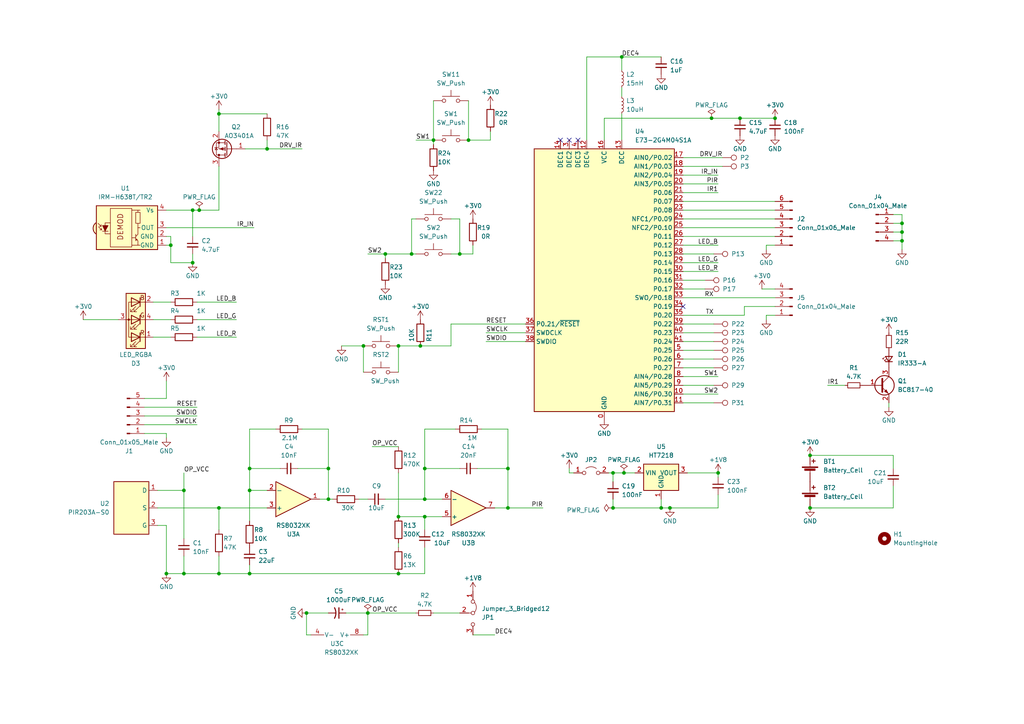
<source format=kicad_sch>
(kicad_sch (version 20230121) (generator eeschema)
  (paper "A4")
  (title_block (date "11/06/2023"))
  (lib_symbols
    (symbol "Amplifier_Operational:LM358" (pin_names (offset 0.127))
      (property "Reference" "U" (at 0 5.08 0))
      (property "Value" "LM358" (at 0 -5.08 0))
      (symbol "LM358_1_1"
        (pin output line (at 7.62 0 180) (length 2.54) (name "~") (number "1"))
        (pin input line (at -7.62 -2.54 0) (length 2.54) (name "-") (number "2"))
        (pin input line (at -7.62 2.54 0) (length 2.54) (name "+") (number "3"))
      )
      (symbol "LM358_2_1"
        (pin input line (at -7.62 2.54 0) (length 2.54) (name "+") (number "5"))
        (pin input line (at -7.62 -2.54 0) (length 2.54) (name "-") (number "6"))
        (pin output line (at 7.62 0 180) (length 2.54) (name "~") (number "7"))
      )
      (symbol "LM358_3_1"
        (pin power_in line (at -2.54 -7.62 90) (length 3.81) (name "V-") (number "4"))
        (pin power_in line (at -2.54 7.62 270) (length 3.81) (name "V+") (number "8"))
      )
    )
    (symbol "Connector:Conn_01x04_Male" (pin_names (offset 1.016) hide)
      (property "Reference" "J" (at 0 5.08 0))
      (property "Value" "Conn_01x04_Male" (at 0 -7.62 0))
      (symbol "Conn_01x04_Male_1_1"
        (pin passive line (at 5.08 2.54 180) (length 3.81) (name "Pin_1") (number "1"))
        (pin passive line (at 5.08 0 180) (length 3.81) (name "Pin_2") (number "2"))
        (pin passive line (at 5.08 -2.54 180) (length 3.81) (name "Pin_3") (number "3"))
        (pin passive line (at 5.08 -5.08 180) (length 3.81) (name "Pin_4") (number "4"))
      )
    )
    (symbol "Connector:Conn_01x05_Male" (pin_names (offset 1.016) hide)
      (property "Reference" "J" (at 0 7.62 0))
      (property "Value" "Conn_01x05_Male" (at 0 -7.62 0))
      (symbol "Conn_01x05_Male_1_1"
        (pin passive line (at 5.08 5.08 180) (length 3.81) (name "Pin_1") (number "1"))
        (pin passive line (at 5.08 2.54 180) (length 3.81) (name "Pin_2") (number "2"))
        (pin passive line (at 5.08 0 180) (length 3.81) (name "Pin_3") (number "3"))
        (pin passive line (at 5.08 -2.54 180) (length 3.81) (name "Pin_4") (number "4"))
        (pin passive line (at 5.08 -5.08 180) (length 3.81) (name "Pin_5") (number "5"))
      )
    )
    (symbol "Connector:Conn_01x06_Male" (pin_names (offset 1.016) hide)
      (property "Reference" "J" (at 0 7.62 0))
      (property "Value" "Conn_01x06_Male" (at 0 -10.16 0))
      (symbol "Conn_01x06_Male_1_1"
        (pin passive line (at 5.08 5.08 180) (length 3.81) (name "Pin_1") (number "1"))
        (pin passive line (at 5.08 2.54 180) (length 3.81) (name "Pin_2") (number "2"))
        (pin passive line (at 5.08 0 180) (length 3.81) (name "Pin_3") (number "3"))
        (pin passive line (at 5.08 -2.54 180) (length 3.81) (name "Pin_4") (number "4"))
        (pin passive line (at 5.08 -5.08 180) (length 3.81) (name "Pin_5") (number "5"))
        (pin passive line (at 5.08 -7.62 180) (length 3.81) (name "Pin_6") (number "6"))
      )
    )
    (symbol "Connector:TestPoint" (pin_numbers hide) (pin_names (offset 0.762) hide)
      (property "Reference" "TP" (at 0 6.858 0))
      (property "Value" "TestPoint" (at 0 5.08 0))
      (symbol "TestPoint_1_1"
        (pin passive line (at 0 0 90) (length 2.54) (name "1") (number "1"))
      )
    )
    (symbol "Device:Battery_Cell" (pin_numbers hide) (pin_names (offset 0) hide)
      (property "Reference" "BT" (at 2.54 2.54 0))
      (property "Value" "Battery_Cell" (at 2.54 0 0))
      (symbol "Battery_Cell_1_1"
        (pin passive line (at 0 5.08 270) (length 2.54) (name "+") (number "1"))
        (pin passive line (at 0 -2.54 90) (length 2.54) (name "-") (number "2"))
      )
    )
    (symbol "Device:C_Polarized_Small_US" (pin_numbers hide) (pin_names (offset 0.254) hide)
      (property "Reference" "C" (at 0.254 1.778 0))
      (property "Value" "C_Polarized_Small_US" (at 0.254 -2.032 0))
      (symbol "C_Polarized_Small_US_1_1"
        (pin passive line (at 0 2.54 270) (length 2.032) (name "~") (number "1"))
        (pin passive line (at 0 -2.54 90) (length 2.032) (name "~") (number "2"))
      )
    )
    (symbol "Device:C_Small" (pin_numbers hide) (pin_names (offset 0.254) hide)
      (property "Reference" "C" (at 0.254 1.778 0))
      (property "Value" "C_Small" (at 0.254 -2.032 0))
      (symbol "C_Small_1_1"
        (pin passive line (at 0 2.54 270) (length 2.032) (name "~") (number "1"))
        (pin passive line (at 0 -2.54 90) (length 2.032) (name "~") (number "2"))
      )
    )
    (symbol "Device:LED_RGBA" (pin_names (offset 0) hide)
      (property "Reference" "D1" (at 0 12.7 0))
      (property "Value" "LED_RGBA" (at 0 10.16 0))
      (symbol "LED_RGBA_0_0"
        (text "B" (at -1.905 -6.35 0) (effects (font (size 1.27 1.27))))
        (text "G" (at -1.905 -1.27 0) (effects (font (size 1.27 1.27))))
        (text "R" (at -1.905 3.81 0) (effects (font (size 1.27 1.27))))
      )
      (symbol "LED_RGBA_1_1"
        (pin passive line (at -5.08 5.08 0) (length 2.54) (name "RK") (number "1"))
        (pin passive line (at -5.08 -5.08 0) (length 2.54) (name "BK") (number "2"))
        (pin passive line (at 5.08 0 180) (length 2.54) (name "A") (number "3"))
        (pin passive line (at -5.08 0 0) (length 2.54) (name "GK") (number "4"))
      )
    )
    (symbol "Device:LED_Small" (pin_numbers hide) (pin_names (offset 0.254) hide)
      (property "Reference" "D" (at -1.27 3.175 0))
      (property "Value" "LED_Small" (at -4.445 -2.54 0))
      (symbol "LED_Small_1_1"
        (pin passive line (at -2.54 0 0) (length 1.778) (name "K") (number "1"))
        (pin passive line (at 2.54 0 180) (length 1.778) (name "A") (number "2"))
      )
    )
    (symbol "Device:L_Small" (pin_numbers hide) (pin_names (offset 0.254) hide)
      (property "Reference" "L" (at 0.762 1.016 0))
      (property "Value" "L_Small" (at 0.762 -1.016 0))
      (symbol "L_Small_1_1"
        (pin passive line (at 0 2.54 270) (length 0.508) (name "~") (number "1"))
        (pin passive line (at 0 -2.54 90) (length 0.508) (name "~") (number "2"))
      )
    )
    (symbol "Device:R" (pin_numbers hide) (pin_names (offset 0))
      (property "Reference" "R" (at 2.032 0 90))
      (property "Value" "R" (at 0 0 90))
      (symbol "R_1_1"
        (pin passive line (at 0 3.81 270) (length 1.27) (name "~") (number "1"))
        (pin passive line (at 0 -3.81 90) (length 1.27) (name "~") (number "2"))
      )
    )
    (symbol "Device:R_Small" (pin_numbers hide) (pin_names (offset 0.254) hide)
      (property "Reference" "R" (at 0.762 0.508 0))
      (property "Value" "R_Small" (at 0.762 -1.016 0))
      (symbol "R_Small_1_1"
        (pin passive line (at 0 2.54 270) (length 0.762) (name "~") (number "1"))
        (pin passive line (at 0 -2.54 90) (length 0.762) (name "~") (number "2"))
      )
    )
    (symbol "Interface_Optical:TSOP23xx" (pin_names (offset 1.016))
      (property "Reference" "U?" (at -1.735 11.43 0))
      (property "Value" "IRM-H638T/TR2" (at -1.735 8.89 0))
      (symbol "TSOP23xx_0_0"
        (text "DEMOD" (at -3.175 0.254 900) (effects (font (size 1.524 1.524))))
      )
      (symbol "TSOP23xx_1_1"
        (pin power_in line (at 10.16 -5.08 180) (length 2.54) (name "GND") (number "1"))
        (pin power_in line (at 10.16 -2.54 180) (length 2.54) (name "GND") (number "2"))
        (pin output line (at 10.16 0 180) (length 2.54) (name "OUT") (number "3"))
        (pin power_in line (at 10.16 5.08 180) (length 2.54) (name "Vs") (number "4"))
      )
    )
    (symbol "Jumper:Jumper_2_Open" (pin_names (offset 0) hide)
      (property "Reference" "JP" (at 0 2.794 0))
      (property "Value" "Jumper_2_Open" (at 0 -2.286 0))
      (symbol "Jumper_2_Open_1_1"
        (pin passive line (at -5.08 0 0) (length 2.54) (name "A") (number "1"))
        (pin passive line (at 5.08 0 180) (length 2.54) (name "B") (number "2"))
      )
    )
    (symbol "Jumper:Jumper_3_Bridged12" (pin_names (offset 0) hide)
      (property "Reference" "JP" (at -2.54 -2.54 0))
      (property "Value" "Jumper_3_Bridged12" (at 0 2.794 0))
      (symbol "Jumper_3_Bridged12_1_1"
        (pin passive line (at -6.35 0 0) (length 2.54) (name "A") (number "1"))
        (pin input line (at 0 -3.81 90) (length 2.54) (name "C") (number "2"))
        (pin passive line (at 6.35 0 180) (length 2.54) (name "B") (number "3"))
      )
    )
    (symbol "Mechanical:MountingHole" (pin_names (offset 1.016))
      (property "Reference" "H" (at 0 5.08 0))
      (property "Value" "MountingHole" (at 0 3.175 0))
    )
    (symbol "RF_Module:E73-2G4M04S-52810"
      (property "Reference" "U" (at 0 1.27 0))
      (property "Value" "E73-2G4M04S-52810" (at 0 -1.27 0))
      (symbol "E73-2G4M04S-52810_1_1"
        (pin power_in line (at 0 -40.64 90) (length 2.54) (name "GND") (number "0"))
        (pin passive line (at 0 -40.64 90) (length 2.54) hide (name "GND") (number "1"))
        (pin bidirectional line (at 22.86 -33.02 180) (length 2.54) (name "AIN6/P0.30") (number "10"))
        (pin bidirectional line (at 22.86 -35.56 180) (length 2.54) (name "AIN7/P0.31") (number "11"))
        (pin passive line (at -5.08 40.64 270) (length 2.54) (name "DEC4") (number "12"))
        (pin power_out line (at 5.08 40.64 270) (length 2.54) (name "DCC") (number "13"))
        (pin passive line (at -12.7 40.64 270) (length 2.54) (name "DEC1") (number "14"))
        (pin passive line (at 0 -40.64 90) (length 2.54) hide (name "GND") (number "15"))
        (pin power_in line (at 0 40.64 270) (length 2.54) (name "VCC") (number "16"))
        (pin bidirectional line (at 22.86 35.56 180) (length 2.54) (name "AIN0/P0.02") (number "17"))
        (pin bidirectional line (at 22.86 33.02 180) (length 2.54) (name "AIN1/P0.03") (number "18"))
        (pin bidirectional line (at 22.86 30.48 180) (length 2.54) (name "AIN2/P0.04") (number "19"))
        (pin passive line (at 0 -40.64 90) (length 2.54) hide (name "GND") (number "2"))
        (pin bidirectional line (at 22.86 27.94 180) (length 2.54) (name "AIN3/P0.05") (number "20"))
        (pin bidirectional line (at 22.86 25.4 180) (length 2.54) (name "P0.06") (number "21"))
        (pin bidirectional line (at 22.86 22.86 180) (length 2.54) (name "P0.07") (number "22"))
        (pin bidirectional line (at 22.86 20.32 180) (length 2.54) (name "P0.08") (number "23"))
        (pin bidirectional line (at 22.86 17.78 180) (length 2.54) (name "NFC1/P0.09") (number "24"))
        (pin bidirectional line (at 22.86 15.24 180) (length 2.54) (name "NFC2/P0.10") (number "25"))
        (pin bidirectional line (at 22.86 12.7 180) (length 2.54) (name "P0.11") (number "26"))
        (pin bidirectional line (at 22.86 10.16 180) (length 2.54) (name "P0.12") (number "27"))
        (pin bidirectional line (at 22.86 7.62 180) (length 2.54) (name "P0.13") (number "28"))
        (pin bidirectional line (at 22.86 5.08 180) (length 2.54) (name "P0.14") (number "29"))
        (pin passive line (at -10.16 40.64 270) (length 2.54) (name "DEC2") (number "3"))
        (pin bidirectional line (at 22.86 2.54 180) (length 2.54) (name "P0.15") (number "30"))
        (pin bidirectional line (at 22.86 0 180) (length 2.54) (name "P0.16") (number "31"))
        (pin bidirectional line (at 22.86 -2.54 180) (length 2.54) (name "P0.17") (number "32"))
        (pin bidirectional line (at 22.86 -5.08 180) (length 2.54) (name "SWO/P0.18") (number "33"))
        (pin bidirectional line (at 22.86 -7.62 180) (length 2.54) (name "P0.19") (number "34"))
        (pin bidirectional line (at 22.86 -10.16 180) (length 2.54) (name "P0.20") (number "35"))
        (pin bidirectional line (at -22.86 -12.7 0) (length 2.54) (name "P0.21/~{RESET}") (number "36"))
        (pin input line (at -22.86 -15.24 0) (length 2.54) (name "SWDCLK") (number "37"))
        (pin bidirectional line (at -22.86 -17.78 0) (length 2.54) (name "SWDIO") (number "38"))
        (pin bidirectional line (at 22.86 -12.7 180) (length 2.54) (name "P0.22") (number "39"))
        (pin passive line (at -7.62 40.64 270) (length 2.54) (name "DEC3") (number "4"))
        (pin bidirectional line (at 22.86 -15.24 180) (length 2.54) (name "P0.23") (number "40"))
        (pin bidirectional line (at 22.86 -17.78 180) (length 2.54) (name "P0.24") (number "41"))
        (pin passive line (at 0 -40.64 90) (length 2.54) hide (name "GND") (number "42"))
        (pin passive line (at 0 -40.64 90) (length 2.54) hide (name "GND") (number "43"))
        (pin bidirectional line (at 22.86 -20.32 180) (length 2.54) (name "P0.25") (number "5"))
        (pin bidirectional line (at 22.86 -22.86 180) (length 2.54) (name "P0.26") (number "6"))
        (pin bidirectional line (at 22.86 -25.4 180) (length 2.54) (name "P0.27") (number "7"))
        (pin bidirectional line (at 22.86 -27.94 180) (length 2.54) (name "AIN4/P0.28") (number "8"))
        (pin bidirectional line (at 22.86 -30.48 180) (length 2.54) (name "AIN5/P0.29") (number "9"))
      )
    )
    (symbol "Regulator_Linear:HT75xx-1-SOT89"
      (property "Reference" "U" (at -5.08 -3.81 0))
      (property "Value" "HT75xx-1-SOT89" (at 0 6.35 0))
      (symbol "HT75xx-1-SOT89_1_1"
        (pin power_in line (at 0 -5.08 90) (length 2.54) (name "GND") (number "1"))
        (pin power_in line (at -7.62 2.54 0) (length 2.54) (name "VIN") (number "2"))
        (pin power_out line (at 7.62 2.54 180) (length 2.54) (name "VOUT") (number "3"))
      )
    )
    (symbol "Sensor_Magnetic:A1101ELHL"
      (property "Reference" "U?" (at -6.35 1.2701 0))
      (property "Value" "PIR203A-S0" (at -6.35 -1.2699 0))
      (symbol "A1101ELHL_1_1"
        (pin passive line (at 7.62 5.08 180) (length 2.54) (name "D") (number "1"))
        (pin passive line (at 7.62 0 180) (length 2.54) (name "S") (number "2"))
        (pin passive line (at 7.62 -5.08 180) (length 2.54) (name "G") (number "3"))
      )
    )
    (symbol "Switch:SW_Push" (pin_numbers hide) (pin_names (offset 1.016) hide)
      (property "Reference" "SW" (at 1.27 2.54 0))
      (property "Value" "SW_Push" (at 0 -1.524 0))
      (symbol "SW_Push_0_1"
        (pin passive line (at -5.08 0 0) (length 2.54) (name "1") (number "1"))
        (pin passive line (at 5.08 0 180) (length 2.54) (name "2") (number "2"))
      )
    )
    (symbol "Transistor_BJT:BC817" (pin_names (offset 0) hide)
      (property "Reference" "Q" (at 5.08 1.905 0))
      (property "Value" "BC817" (at 5.08 0 0))
      (symbol "BC817_1_1"
        (pin input line (at -5.08 0 0) (length 5.715) (name "B") (number "1"))
        (pin passive line (at 2.54 -5.08 90) (length 2.54) (name "E") (number "2"))
        (pin passive line (at 2.54 5.08 270) (length 2.54) (name "C") (number "3"))
      )
    )
    (symbol "Transistor_FET:AO3401A" (pin_names hide)
      (property "Reference" "Q" (at 5.08 1.905 0))
      (property "Value" "AO3401A" (at 5.08 0 0))
      (symbol "AO3401A_1_1"
        (pin input line (at -5.08 0 0) (length 2.54) (name "G") (number "1"))
        (pin passive line (at 2.54 -5.08 90) (length 2.54) (name "S") (number "2"))
        (pin passive line (at 2.54 5.08 270) (length 2.54) (name "D") (number "3"))
      )
    )
    (symbol "power:+1V8" (power) (pin_names (offset 0))
      (property "Value" "+1V8" (at 0 3.556 0))
      (symbol "+1V8_1_1"
        (pin power_in line (at 0 0 90) (length 0) hide (name "+1V8") (number "1"))
      )
    )
    (symbol "power:+3V0" (power) (pin_names (offset 0))
      (property "Value" "+3V0" (at 0 3.556 0))
      (symbol "+3V0_1_1"
        (pin power_in line (at 0 0 90) (length 0) hide (name "+3V0") (number "1"))
      )
    )
    (symbol "power:GND" (power) (pin_names (offset 0))
      (property "Value" "GND" (at 0 -3.81 0))
      (symbol "GND_1_1"
        (pin power_in line (at 0 0 270) (length 0) hide (name "GND") (number "1"))
      )
    )
    (symbol "power:PWR_FLAG" (power) (pin_numbers hide) (pin_names (offset 0) hide)
      (property "Value" "PWR_FLAG" (at 0 3.81 0))
      (symbol "PWR_FLAG_0_0"
        (pin power_out line (at 0 0 90) (length 0) (name "pwr") (number "1"))
      )
    )
  )
  (junction (at 88.9 177.8))
  (junction (at 180.34 16.51))
  (junction (at 177.8 147.32))
  (junction (at 191.77 147.32))
  (junction (at 261.62 67.31))
  (junction (at 125.73 40.64))
  (junction (at 224.79 34.29))
  (junction (at 95.25 135.89))
  (junction (at 55.88 60.96))
  (junction (at 208.28 137.16))
  (junction (at 49.53 71.12))
  (junction (at 111.76 73.66))
  (junction (at 63.5 147.32))
  (junction (at 123.19 149.86))
  (junction (at 119.38 73.66))
  (junction (at 121.92 100.33))
  (junction (at 214.63 34.29))
  (junction (at 180.975 137.16))
  (junction (at 147.32 147.32))
  (junction (at 133.35 73.66))
  (junction (at 72.39 135.89))
  (junction (at 115.57 166.37))
  (junction (at 115.57 149.86))
  (junction (at 72.39 142.24))
  (junction (at 115.57 100.33))
  (junction (at 261.62 64.77))
  (junction (at 72.39 166.37))
  (junction (at 123.19 135.89))
  (junction (at 63.5 166.37))
  (junction (at 106.68 177.8))
  (junction (at 135.89 40.64))
  (junction (at 147.32 135.89))
  (junction (at 95.25 144.78))
  (junction (at 48.26 166.37))
  (junction (at 105.41 100.33))
  (junction (at 234.95 132.08))
  (junction (at 57.785 60.96))
  (junction (at 63.5 33.02))
  (junction (at 177.8 137.16))
  (junction (at 53.34 166.37))
  (junction (at 123.19 144.78))
  (junction (at 261.62 69.85))
  (junction (at 194.31 147.32))
  (junction (at 206.375 34.29))
  (junction (at 77.47 43.18))
  (junction (at 234.95 147.32))
  (junction (at 55.88 76.2))
  (junction (at 53.34 142.24))
  (no_connect (at 167.64 40.64))
  (no_connect (at 165.1 40.64))
  (no_connect (at 162.56 40.64))
  (no_connect (at 198.12 88.9))
  (wire (pts (xy 198.12 109.22) (xy 208.28 109.22)))
  (wire (pts (xy 198.12 76.2) (xy 208.28 76.2)))
  (wire (pts (xy 198.12 106.68) (xy 207.01 106.68)))
  (wire (pts (xy 53.34 142.24) (xy 45.72 142.24)))
  (wire (pts (xy 140.97 96.52) (xy 152.4 96.52)))
  (wire (pts (xy 147.32 147.32) (xy 143.51 147.32)))
  (wire (pts (xy 177.8 137.16) (xy 177.8 139.7)))
  (wire (pts (xy 140.97 99.06) (xy 152.4 99.06)))
  (wire (pts (xy 152.4 93.98) (xy 130.81 93.98)))
  (wire (pts (xy 72.39 166.37) (xy 63.5 166.37)))
  (wire (pts (xy 107.95 129.54) (xy 115.57 129.54)))
  (wire (pts (xy 63.5 166.37) (xy 53.34 166.37)))
  (wire (pts (xy 57.15 92.71) (xy 68.58 92.71)))
  (wire (pts (xy 123.19 166.37) (xy 115.57 166.37)))
  (wire (pts (xy 135.89 29.21) (xy 135.89 40.64)))
  (wire (pts (xy 77.47 40.64) (xy 77.47 43.18)))
  (wire (pts (xy 180.975 137.16) (xy 184.15 137.16)))
  (wire (pts (xy 198.12 114.3) (xy 208.28 114.3)))
  (wire (pts (xy 119.38 63.5) (xy 119.38 73.66)))
  (wire (pts (xy 88.9 184.15) (xy 88.9 177.8)))
  (wire (pts (xy 259.08 140.97) (xy 259.08 147.32)))
  (wire (pts (xy 259.08 67.31) (xy 261.62 67.31)))
  (wire (pts (xy 63.5 31.75) (xy 63.5 33.02)))
  (wire (pts (xy 224.79 71.12) (xy 222.25 71.12)))
  (wire (pts (xy 198.12 55.88) (xy 208.28 55.88)))
  (wire (pts (xy 215.9 91.44) (xy 215.9 88.9)))
  (wire (pts (xy 133.35 63.5) (xy 133.35 73.66)))
  (wire (pts (xy 63.5 161.29) (xy 63.5 166.37)))
  (wire (pts (xy 135.89 40.64) (xy 142.24 40.64)))
  (wire (pts (xy 138.43 135.89) (xy 147.32 135.89)))
  (wire (pts (xy 48.26 110.49) (xy 48.26 115.57)))
  (wire (pts (xy 125.73 29.21) (xy 125.73 40.64)))
  (wire (pts (xy 214.63 34.29) (xy 224.79 34.29)))
  (wire (pts (xy 123.19 144.78) (xy 128.27 144.78)))
  (wire (pts (xy 198.12 81.28) (xy 204.47 81.28)))
  (wire (pts (xy 198.12 50.8) (xy 208.28 50.8)))
  (wire (pts (xy 142.24 38.1) (xy 142.24 40.64)))
  (wire (pts (xy 115.57 166.37) (xy 72.39 166.37)))
  (wire (pts (xy 259.08 135.89) (xy 259.08 132.08)))
  (wire (pts (xy 49.53 97.79) (xy 44.45 97.79)))
  (wire (pts (xy 240.03 111.76) (xy 245.11 111.76)))
  (wire (pts (xy 45.72 147.32) (xy 63.5 147.32)))
  (wire (pts (xy 63.5 60.96) (xy 57.785 60.96)))
  (wire (pts (xy 48.26 71.12) (xy 49.53 71.12)))
  (wire (pts (xy 106.68 184.15) (xy 106.68 177.8)))
  (wire (pts (xy 63.5 147.32) (xy 63.5 153.67)))
  (wire (pts (xy 63.5 33.02) (xy 77.47 33.02)))
  (wire (pts (xy 224.79 83.82) (xy 220.98 83.82)))
  (wire (pts (xy 259.08 69.85) (xy 261.62 69.85)))
  (wire (pts (xy 115.57 149.86) (xy 123.19 149.86)))
  (wire (pts (xy 49.53 87.63) (xy 44.45 87.63)))
  (wire (pts (xy 259.08 64.77) (xy 261.62 64.77)))
  (wire (pts (xy 130.81 73.66) (xy 133.35 73.66)))
  (wire (pts (xy 198.12 116.84) (xy 207.01 116.84)))
  (wire (pts (xy 222.25 91.44) (xy 222.25 92.71)))
  (wire (pts (xy 165.1 137.16) (xy 165.1 135.89)))
  (wire (pts (xy 130.81 63.5) (xy 133.35 63.5)))
  (wire (pts (xy 191.77 147.32) (xy 194.31 147.32)))
  (wire (pts (xy 48.26 60.96) (xy 55.88 60.96)))
  (wire (pts (xy 198.12 91.44) (xy 215.9 91.44)))
  (wire (pts (xy 48.26 125.73) (xy 48.26 127)))
  (wire (pts (xy 53.34 137.16) (xy 53.34 142.24)))
  (wire (pts (xy 208.28 143.51) (xy 208.28 147.32)))
  (wire (pts (xy 115.57 100.33) (xy 115.57 107.95)))
  (wire (pts (xy 49.53 76.2) (xy 55.88 76.2)))
  (wire (pts (xy 198.12 93.98) (xy 207.01 93.98)))
  (wire (pts (xy 198.12 86.36) (xy 224.79 86.36)))
  (wire (pts (xy 48.26 68.58) (xy 49.53 68.58)))
  (wire (pts (xy 170.18 16.51) (xy 170.18 40.64)))
  (wire (pts (xy 198.12 71.12) (xy 208.28 71.12)))
  (wire (pts (xy 95.25 144.78) (xy 96.52 144.78)))
  (wire (pts (xy 115.57 157.48) (xy 115.57 158.75)))
  (wire (pts (xy 259.08 62.23) (xy 261.62 62.23)))
  (wire (pts (xy 261.62 62.23) (xy 261.62 64.77)))
  (wire (pts (xy 261.62 69.85) (xy 261.62 72.39)))
  (wire (pts (xy 49.53 68.58) (xy 49.53 71.12)))
  (wire (pts (xy 41.91 118.11) (xy 57.15 118.11)))
  (wire (pts (xy 80.01 124.46) (xy 72.39 124.46)))
  (wire (pts (xy 222.25 71.12) (xy 222.25 72.39)))
  (wire (pts (xy 120.65 40.64) (xy 125.73 40.64)))
  (wire (pts (xy 147.32 135.89) (xy 147.32 147.32)))
  (wire (pts (xy 180.34 33.02) (xy 180.34 40.64)))
  (wire (pts (xy 206.375 34.29) (xy 214.63 34.29)))
  (wire (pts (xy 92.71 144.78) (xy 95.25 144.78)))
  (wire (pts (xy 63.5 147.32) (xy 77.47 147.32)))
  (wire (pts (xy 175.26 34.29) (xy 206.375 34.29)))
  (wire (pts (xy 198.12 111.76) (xy 207.01 111.76)))
  (wire (pts (xy 123.19 149.86) (xy 123.19 153.67)))
  (wire (pts (xy 198.12 58.42) (xy 224.79 58.42)))
  (wire (pts (xy 234.95 132.08) (xy 259.08 132.08)))
  (wire (pts (xy 224.79 91.44) (xy 222.25 91.44)))
  (wire (pts (xy 125.73 40.64) (xy 125.73 41.91)))
  (wire (pts (xy 48.26 115.57) (xy 41.91 115.57)))
  (wire (pts (xy 180.34 20.32) (xy 180.34 16.51)))
  (wire (pts (xy 165.1 137.16) (xy 166.37 137.16)))
  (wire (pts (xy 123.19 135.89) (xy 123.19 144.78)))
  (wire (pts (xy 175.26 34.29) (xy 175.26 40.64)))
  (wire (pts (xy 99.06 100.33) (xy 105.41 100.33)))
  (wire (pts (xy 95.25 135.89) (xy 95.25 144.78)))
  (wire (pts (xy 119.38 73.66) (xy 120.65 73.66)))
  (wire (pts (xy 104.14 144.78) (xy 106.68 144.78)))
  (wire (pts (xy 198.12 68.58) (xy 224.79 68.58)))
  (wire (pts (xy 55.88 76.2) (xy 55.88 73.66)))
  (wire (pts (xy 41.91 125.73) (xy 48.26 125.73)))
  (wire (pts (xy 72.39 142.24) (xy 77.47 142.24)))
  (wire (pts (xy 48.26 166.37) (xy 53.34 166.37)))
  (wire (pts (xy 198.12 99.06) (xy 207.01 99.06)))
  (wire (pts (xy 261.62 64.77) (xy 261.62 67.31)))
  (wire (pts (xy 198.12 63.5) (xy 224.79 63.5)))
  (wire (pts (xy 257.81 118.11) (xy 257.81 116.84)))
  (wire (pts (xy 53.34 166.37) (xy 53.34 161.29)))
  (wire (pts (xy 147.32 147.32) (xy 157.48 147.32)))
  (wire (pts (xy 86.36 135.89) (xy 95.25 135.89)))
  (wire (pts (xy 72.39 135.89) (xy 72.39 142.24)))
  (wire (pts (xy 115.57 137.16) (xy 115.57 149.86)))
  (wire (pts (xy 177.8 147.32) (xy 191.77 147.32)))
  (wire (pts (xy 105.41 184.15) (xy 106.68 184.15)))
  (wire (pts (xy 57.785 60.96) (xy 55.88 60.96)))
  (wire (pts (xy 24.13 92.71) (xy 34.29 92.71)))
  (wire (pts (xy 198.12 66.04) (xy 224.79 66.04)))
  (wire (pts (xy 147.32 124.46) (xy 147.32 135.89)))
  (wire (pts (xy 48.26 152.4) (xy 48.26 166.37)))
  (wire (pts (xy 111.76 73.66) (xy 119.38 73.66)))
  (wire (pts (xy 120.65 63.5) (xy 119.38 63.5)))
  (wire (pts (xy 72.39 124.46) (xy 72.39 135.89)))
  (wire (pts (xy 208.28 137.16) (xy 208.28 138.43)))
  (wire (pts (xy 180.34 25.4) (xy 180.34 27.94)))
  (wire (pts (xy 72.39 163.83) (xy 72.39 166.37)))
  (wire (pts (xy 77.47 43.18) (xy 87.63 43.18)))
  (wire (pts (xy 198.12 45.72) (xy 209.55 45.72)))
  (wire (pts (xy 130.81 100.33) (xy 121.92 100.33)))
  (wire (pts (xy 198.12 53.34) (xy 208.28 53.34)))
  (wire (pts (xy 139.7 124.46) (xy 147.32 124.46)))
  (wire (pts (xy 41.91 123.19) (xy 57.15 123.19)))
  (wire (pts (xy 177.8 137.16) (xy 180.975 137.16)))
  (wire (pts (xy 137.16 71.12) (xy 137.16 73.66)))
  (wire (pts (xy 123.19 124.46) (xy 123.19 135.89)))
  (wire (pts (xy 63.5 33.02) (xy 63.5 38.1)))
  (wire (pts (xy 191.77 144.78) (xy 191.77 147.32)))
  (wire (pts (xy 177.8 144.78) (xy 177.8 147.32)))
  (wire (pts (xy 95.25 124.46) (xy 95.25 135.89)))
  (wire (pts (xy 57.15 97.79) (xy 68.58 97.79)))
  (wire (pts (xy 198.12 48.26) (xy 209.55 48.26)))
  (wire (pts (xy 90.17 184.15) (xy 88.9 184.15)))
  (wire (pts (xy 198.12 73.66) (xy 207.01 73.66)))
  (wire (pts (xy 111.76 73.66) (xy 111.76 74.93)))
  (wire (pts (xy 88.9 177.8) (xy 95.25 177.8)))
  (wire (pts (xy 215.9 88.9) (xy 224.79 88.9)))
  (wire (pts (xy 176.53 137.16) (xy 177.8 137.16)))
  (wire (pts (xy 106.68 73.66) (xy 111.76 73.66)))
  (wire (pts (xy 198.12 101.6) (xy 207.01 101.6)))
  (wire (pts (xy 130.81 93.98) (xy 130.81 100.33)))
  (wire (pts (xy 71.12 43.18) (xy 77.47 43.18)))
  (wire (pts (xy 55.88 60.96) (xy 55.88 68.58)))
  (wire (pts (xy 198.12 83.82) (xy 204.47 83.82)))
  (wire (pts (xy 123.19 149.86) (xy 128.27 149.86)))
  (wire (pts (xy 41.91 120.65) (xy 57.15 120.65)))
  (wire (pts (xy 198.12 104.14) (xy 207.01 104.14)))
  (wire (pts (xy 106.68 177.8) (xy 120.65 177.8)))
  (wire (pts (xy 57.15 87.63) (xy 68.58 87.63)))
  (wire (pts (xy 180.34 16.51) (xy 191.77 16.51)))
  (wire (pts (xy 137.16 184.15) (xy 143.51 184.15)))
  (wire (pts (xy 111.76 144.78) (xy 123.19 144.78)))
  (wire (pts (xy 180.34 16.51) (xy 170.18 16.51)))
  (wire (pts (xy 81.28 135.89) (xy 72.39 135.89)))
  (wire (pts (xy 49.53 92.71) (xy 44.45 92.71)))
  (wire (pts (xy 87.63 124.46) (xy 95.25 124.46)))
  (wire (pts (xy 45.72 152.4) (xy 48.26 152.4)))
  (wire (pts (xy 72.39 151.13) (xy 72.39 142.24)))
  (wire (pts (xy 199.39 137.16) (xy 208.28 137.16)))
  (wire (pts (xy 63.5 48.26) (xy 63.5 60.96)))
  (wire (pts (xy 208.28 147.32) (xy 194.31 147.32)))
  (wire (pts (xy 115.57 100.33) (xy 121.92 100.33)))
  (wire (pts (xy 261.62 67.31) (xy 261.62 69.85)))
  (wire (pts (xy 198.12 78.74) (xy 208.28 78.74)))
  (wire (pts (xy 53.34 142.24) (xy 53.34 156.21)))
  (wire (pts (xy 198.12 96.52) (xy 207.01 96.52)))
  (wire (pts (xy 133.35 135.89) (xy 123.19 135.89)))
  (wire (pts (xy 123.19 158.75) (xy 123.19 166.37)))
  (wire (pts (xy 133.35 73.66) (xy 137.16 73.66)))
  (wire (pts (xy 125.73 177.8) (xy 133.35 177.8)))
  (wire (pts (xy 198.12 60.96) (xy 224.79 60.96)))
  (wire (pts (xy 132.08 124.46) (xy 123.19 124.46)))
  (wire (pts (xy 106.68 177.8) (xy 100.33 177.8)))
  (wire (pts (xy 105.41 100.33) (xy 105.41 107.95)))
  (wire (pts (xy 49.53 71.12) (xy 49.53 76.2)))
  (wire (pts (xy 234.95 147.32) (xy 259.08 147.32)))
  (wire (pts (xy 48.26 66.04) (xy 73.66 66.04)))
  (label "DRV_IR" (at 87.63 43.18 180))
  (label "IR1" (at 208.28 55.88 180))
  (label "OP_VCC" (at 53.34 137.16 0))
  (label "RX" (at 207.01 86.36 180))
  (label "OP_VCC" (at 107.95 129.54 0))
  (label "RESET" (at 140.97 93.98 0))
  (label "IR_IN" (at 208.28 50.8 180))
  (label "LED_B" (at 68.58 87.63 180))
  (label "DRV_IR" (at 209.55 45.72 180))
  (label "IR_IN" (at 73.66 66.04 180))
  (label "SW1" (at 208.28 109.22 180))
  (label "TX" (at 207.01 91.44 180))
  (label "SWDIO" (at 57.15 120.65 180))
  (label "LED_B" (at 208.28 71.12 180))
  (label "LED_R" (at 208.28 78.74 180))
  (label "SWCLK" (at 140.97 96.52 0))
  (label "PIR" (at 157.48 147.32 180))
  (label "RESET" (at 57.15 118.11 180))
  (label "DEC4" (at 180.34 16.51 0))
  (label "PIR" (at 208.28 53.34 180))
  (label "LED_G" (at 68.58 92.71 180))
  (label "LED_R" (at 68.58 97.79 180))
  (label "DEC4" (at 143.51 184.15 0))
  (label "OP_VCC" (at 107.95 177.8 0))
  (label "LED_G" (at 208.28 76.2 180))
  (label "IR1" (at 240.03 111.76 0))
  (label "SW2" (at 208.28 114.3 180))
  (label "SWDIO" (at 140.97 99.06 0))
  (label "SWCLK" (at 57.15 123.19 180))
  (label "SW2" (at 106.68 73.66 0))
  (label "SW1" (at 120.65 40.64 0))
  (symbol (lib_id "Device:C_Small") (at 208.28 140.97 0) (unit 1)
    (property "Reference" "C23" (at 210.82 139.7062 0) (effects (justify left)))
    (property "Value" "100nF" (at 210.82 142.2462 0) (effects (justify left)))
    (property "Footprint" "Capacitor_SMD:C_0402_1005Metric" (effects hide))
    (property "Description" "50V 100nF X7R ±10% 0402 Multilayer Ceramic Capacitors" (effects hide))
    (property "LCSC" "C307331" (effects hide))
    (property "MN" "Samsung Electro-Mechanics" (effects hide))
    (property "MPN" "CL05B104KB54PNC" (effects hide))
  )
  (symbol (lib_id "Switch:SW_Push") (at 125.73 63.5 0) (unit 1)
    (property "Reference" "SW22" (at 125.73 55.88 0))
    (property "Value" "SW_Push" (at 125.73 58.42 0))
    (property "Footprint" "Button_Switch_SMD:SW_SPST_EVQPE1" (effects hide))
    (property "LCSC PN" "C720477" (effects hide))
    (property "Description" "SPST SMD Tactile Switches" (effects hide))
    (property "LCSC" "C720477" (effects hide))
    (property "MN" "XUNPU" (effects hide))
    (property "MPN" "TS-1088-AR02016" (effects hide))
  )
  (symbol (lib_id "power:GND") (at 48.26 166.37 0) (unit 1)
    (property "Reference" "#PWR05" (effects hide))
    (property "Value" "GND" (at 48.26 170.18 0))
  )
  (symbol (lib_id "Device:R") (at 53.34 97.79 90) (unit 1)
    (property "Reference" "R5" (at 52.07 95.25 90) (effects (justify left)))
    (property "Value" "1K" (at 59.69 95.25 90) (effects (justify left)))
    (property "Footprint" "Resistor_SMD:R_0402_1005Metric" (effects hide))
    (property "LCSC PN" "C11702" (effects hide))
    (property "Description" "Resistors ±100ppm/℃ ±1% 1kΩ 0402" (effects hide))
    (property "LCSC" "C11702" (effects hide))
    (property "MN" "UNI-ROYAL(Uniroyal Elec)" (effects hide))
    (property "MPN" "0402WGF1001TCE" (effects hide))
  )
  (symbol (lib_id "Connector:TestPoint") (at 209.55 48.26 270) (unit 1)
    (property "Reference" "P3" (at 214.63 48.26 90) (effects (justify left)))
    (property "Value" "TestPoint" (effects hide))
    (property "Footprint" "TestPoint:TestPoint_Pad_1.5x1.5mm" (effects hide))
    (property "Description" "TestPoint" (effects hide))
  )
  (symbol (lib_id "Device:C_Small") (at 177.8 142.24 0) (unit 1)
    (property "Reference" "C19" (at 180.34 140.9762 0) (effects (justify left)))
    (property "Value" "100nF" (at 180.34 143.5162 0) (effects (justify left)))
    (property "Footprint" "Capacitor_SMD:C_0402_1005Metric" (effects hide))
    (property "Description" "50V 100nF X7R ±10% 0402 Multilayer Ceramic Capacitors" (effects hide))
    (property "LCSC" "C307331" (effects hide))
    (property "MN" "Samsung Electro-Mechanics" (effects hide))
    (property "MPN" "CL05B104KB54PNC" (effects hide))
  )
  (symbol (lib_id "power:GND") (at 55.88 76.2 0) (unit 1)
    (property "Reference" "#PWR07" (effects hide))
    (property "Value" "GND" (at 55.88 80.01 0))
  )
  (symbol (lib_id "power:GND") (at 261.62 72.39 0) (unit 1)
    (property "Reference" "#PWR0101" (effects hide))
    (property "Value" "GND" (at 261.62 76.2 0))
  )
  (symbol (lib_id "power:GND") (at 99.06 100.33 0) (unit 1)
    (property "Reference" "#PWR016" (effects hide))
    (property "Value" "GND" (at 99.06 104.14 0))
  )
  (symbol (lib_id "Connector:TestPoint") (at 207.01 99.06 270) (unit 1)
    (property "Reference" "P24" (at 212.09 99.06 90) (effects (justify left)))
    (property "Value" "TestPoint" (effects hide))
    (property "Footprint" "TestPoint:TestPoint_Pad_1.5x1.5mm" (effects hide))
    (property "Description" "TestPoint" (effects hide))
  )
  (symbol (lib_id "power:+3V0") (at 224.79 34.29 0) (unit 1)
    (property "Reference" "#PWR0112" (effects hide))
    (property "Value" "+3V0" (at 224.79 30.48 0))
  )
  (symbol (lib_id "power:+3V0") (at 142.24 30.48 0) (unit 1)
    (property "Reference" "#PWR0110" (effects hide))
    (property "Value" "+3V0" (at 142.24 26.67 0))
  )
  (symbol (lib_id "power:GND") (at 175.26 121.92 0) (unit 1)
    (property "Reference" "#PWR03" (effects hide))
    (property "Value" "GND" (at 175.26 125.73 0))
  )
  (symbol (lib_id "Switch:SW_Push") (at 110.49 107.95 0) (unit 1)
    (property "Reference" "RST2" (at 110.49 102.87 0))
    (property "Value" "SW_Push" (at 111.76 110.49 0))
    (property "Footprint" "Button_Switch_SMD:SW_SPST_EVQPE1" (effects hide))
    (property "LCSC PN" "C720477" (effects hide))
    (property "Description" "SPST SMD Tactile Switches" (effects hide))
    (property "LCSC" "C720477" (effects hide))
    (property "MN" "XUNPU" (effects hide))
    (property "MPN" "TS-1088-AR02016" (effects hide))
  )
  (symbol (lib_id "Device:C_Polarized_Small_US") (at 97.79 177.8 270) (unit 1)
    (property "Reference" "C5" (at 98.2218 171.45 90))
    (property "Value" "1000uF" (at 98.2218 173.99 90))
    (property "Footprint" "Capacitor_SMD:CP_Elec_8x10.5" (effects hide))
    (property "LCSC" "C99833" (effects hide))
    (property "Description" "1000uF 10V ±20% SMD,D8xL10.2mm " (effects hide))
    (property "MN" "ROQANG" (effects hide))
    (property "MPN" "RVT1A102M0810" (effects hide))
  )
  (symbol (lib_id "power:+3V0") (at 220.98 83.82 0) (unit 1)
    (property "Reference" "#PWR0113" (effects hide))
    (property "Value" "+3V0" (at 220.98 80.01 0))
  )
  (symbol (lib_id "Connector:TestPoint") (at 207.01 93.98 270) (unit 1)
    (property "Reference" "P22" (at 212.09 93.98 90) (effects (justify left)))
    (property "Value" "TestPoint" (effects hide))
    (property "Footprint" "TestPoint:TestPoint_Pad_1.5x1.5mm" (effects hide))
    (property "Description" "TestPoint" (effects hide))
  )
  (symbol (lib_id "Device:R") (at 72.39 154.94 0) (unit 1)
    (property "Reference" "R8" (at 73.66 153.67 0) (effects (justify left)))
    (property "Value" "10K" (at 73.66 156.21 0) (effects (justify left)))
    (property "Footprint" "Resistor_SMD:R_0402_1005Metric" (effects hide))
    (property "Description" "62.5mW Thick Film Resistors ±100ppm/℃ ±1% 10kΩ 0402  Chip Resistor - Surface Mount ROHS" (effects hide))
    (property "LCSC" "C25744" (effects hide))
    (property "MN" "UNI-ROYAL(Uniroyal Elec)" (effects hide))
    (property "MPN" "0402WGF1002TCE" (effects hide))
  )
  (symbol (lib_id "Device:R") (at 83.82 124.46 90) (unit 1)
    (property "Reference" "R9" (at 85.09 121.92 90) (effects (justify left)))
    (property "Value" "2.1M" (at 86.36 127 90) (effects (justify left)))
    (property "Footprint" "Resistor_SMD:R_0603_1608Metric" (effects hide))
    (property "Description" "Resistors ±100ppm/℃ ±1% 2.1MΩ 0603" (effects hide))
    (property "LCSC" "C482785" (effects hide))
    (property "MN" "YAGEO" (effects hide))
    (property "MPN" "RC0603FR-072M1L" (effects hide))
  )
  (symbol (lib_id "Connector:Conn_01x06_Male") (at 229.87 66.04 180) (unit 1)
    (property "Reference" "J2" (at 231.14 63.4999 0) (effects (justify right)))
    (property "Value" "Conn_01x06_Male" (at 231.14 66.0399 0) (effects (justify right)))
    (property "Footprint" "Connector_PinHeader_2.54mm:PinHeader_1x06_P2.54mm_Vertical" (effects hide))
    (property "Description" "2.54mm Plugin Black Brass 1x6P Plugin" (effects hide))
    (property "LCSC" "C492405" (effects hide))
    (property "MN" "XFCN" (effects hide))
    (property "MPN" "PZ254V-11-06P" (effects hide))
  )
  (symbol (lib_id "Device:C_Small") (at 109.22 144.78 90) (unit 1)
    (property "Reference" "C9" (at 109.22 140.97 90))
    (property "Value" "10uF" (at 109.22 147.32 90))
    (property "Footprint" "Capacitor_SMD:C_1206_3216Metric" (effects hide))
    (property "Description" "50V 10uF X5R ±10% 1206 Multilayer Ceramic " (effects hide))
    (property "LCSC" "C13585" (effects hide))
    (property "MN" "Samsung Electro-Mechanics" (effects hide))
    (property "MPN" "CL31A106KBHNNNE" (effects hide))
  )
  (symbol (lib_id "Sensor_Magnetic:A1101ELHL") (at 38.1 147.32 0) (unit 1)
    (property "Reference" "U2" (at 31.75 146.0499 0) (effects (justify right)))
    (property "Value" "PIR203A-S0" (at 31.75 148.5899 0) (effects (justify right)))
    (property "Footprint" "Package_TO_SOT_THT:TO-39-3" (effects hide))
    (property "LCSC" "C2887899" (effects hide))
    (property "Description" "TO-52-3 Human Body Sensing Sensor" (effects hide))
    (property "MN" "NEWOPTO" (effects hide))
    (property "MPN" "PIR203A-S0" (effects hide))
  )
  (symbol (lib_id "Connector:Conn_01x05_Male") (at 36.83 120.65 0) (mirror x) (unit 1)
    (property "Reference" "J1" (at 37.465 130.81 0))
    (property "Value" "Conn_01x05_Male" (at 37.465 128.27 0))
    (property "Footprint" "Connector_PinHeader_2.54mm:PinHeader_1x05_P2.54mm_Vertical" (effects hide))
    (property "Description" "2.54mm Plugin Black Brass 1x5P Plugin" (effects hide))
    (property "LCSC" "C492404" (effects hide))
    (property "MN" "XFCN" (effects hide))
    (property "MPN" "PZ254V-11-05P" (effects hide))
  )
  (symbol (lib_id "Switch:SW_Push") (at 125.73 73.66 0) (unit 1)
    (property "Reference" "SW2" (at 125.73 66.04 0))
    (property "Value" "SW_Push" (at 125.73 68.58 0))
    (property "Footprint" "Button_Switch_SMD:SW_SPST_EVQPE1" (effects hide))
    (property "LCSC PN" "C720477" (effects hide))
    (property "Description" "SPST SMD Tactile Switches" (effects hide))
    (property "LCSC" "C720477" (effects hide))
    (property "MN" "XUNPU" (effects hide))
    (property "MPN" "TS-1088-AR02016" (effects hide))
  )
  (symbol (lib_id "Device:R_Small") (at 123.19 177.8 90) (unit 1)
    (property "Reference" "R2" (at 123.19 172.72 90))
    (property "Value" "4.7K" (at 123.19 175.26 90))
    (property "Footprint" "Resistor_SMD:R_0603_1608Metric" (effects hide))
    (property "Description" "100mW Thick Film Resistors ±1% 4.7kΩ 0603  Chip Resistor - Surface Mount ROHS" (effects hide))
    (property "LCSC" "C23162" (effects hide))
    (property "MN" "UNI-ROYAL(Uniroyal Elec)" (effects hide))
    (property "MPN" "0603WAF4701T5E" (effects hide))
  )
  (symbol (lib_id "power:+1V8") (at 208.28 137.16 0) (unit 1)
    (property "Reference" "#PWR0118" (effects hide))
    (property "Value" "+1V8" (at 208.28 133.35 0))
  )
  (symbol (lib_id "Connector:TestPoint") (at 207.01 104.14 270) (unit 1)
    (property "Reference" "P26" (at 212.09 104.14 90) (effects (justify left)))
    (property "Value" "TestPoint" (effects hide))
    (property "Footprint" "TestPoint:TestPoint_Pad_1.5x1.5mm" (effects hide))
    (property "Description" "TestPoint" (effects hide))
  )
  (symbol (lib_id "Device:R") (at 53.34 92.71 90) (unit 1)
    (property "Reference" "R4" (at 52.07 90.17 90) (effects (justify left)))
    (property "Value" "1K" (at 59.69 90.17 90) (effects (justify left)))
    (property "Footprint" "Resistor_SMD:R_0402_1005Metric" (effects hide))
    (property "LCSC PN" "C11702" (effects hide))
    (property "Description" "Resistors ±100ppm/℃ ±1% 1kΩ 0402" (effects hide))
    (property "LCSC" "C11702" (effects hide))
    (property "MN" "UNI-ROYAL(Uniroyal Elec)" (effects hide))
    (property "MPN" "0402WGF1001TCE" (effects hide))
  )
  (symbol (lib_id "Device:R") (at 142.24 34.29 180) (unit 1)
    (property "Reference" "R22" (at 147.32 33.02 0) (effects (justify left)))
    (property "Value" "0R" (at 147.32 35.56 0) (effects (justify left)))
    (property "Footprint" "Resistor_SMD:R_0402_1005Metric" (effects hide))
    (property "Description" "62.5mW Thick Film Resistors ±800ppm/℃ ±1% 0Ω 0402 Chip Resistor - Surface Mount ROHS" (effects hide))
    (property "LCSC" "C17168" (effects hide))
    (property "MN" "UNI-ROYAL(Uniroyal Elec)" (effects hide))
    (property "MPN" "0402WGF0000TCE" (effects hide))
  )
  (symbol (lib_id "Device:C_Small") (at 123.19 156.21 180) (unit 1)
    (property "Reference" "C12" (at 127 154.94 0))
    (property "Value" "10uF" (at 128.27 157.48 0))
    (property "Footprint" "Capacitor_SMD:C_1206_3216Metric" (effects hide))
    (property "Description" "50V 10uF X5R ±10% 1206 Multilayer Ceramic " (effects hide))
    (property "LCSC" "C13585" (effects hide))
    (property "MN" "Samsung Electro-Mechanics" (effects hide))
    (property "MPN" "CL31A106KBHNNNE" (effects hide))
  )
  (symbol (lib_id "Connector:TestPoint") (at 209.55 45.72 270) (unit 1)
    (property "Reference" "P2" (at 214.63 45.72 90) (effects (justify left)))
    (property "Value" "TestPoint" (effects hide))
    (property "Footprint" "TestPoint:TestPoint_Pad_1.5x1.5mm" (effects hide))
    (property "Description" "TestPoint" (effects hide))
  )
  (symbol (lib_id "power:GND") (at 111.76 82.55 0) (unit 1)
    (property "Reference" "#PWR034" (effects hide))
    (property "Value" "GND" (at 111.76 86.36 0))
  )
  (symbol (lib_id "Switch:SW_Push") (at 130.81 29.21 0) (unit 1)
    (property "Reference" "SW11" (at 130.81 21.59 0))
    (property "Value" "SW_Push" (at 130.81 24.13 0))
    (property "Footprint" "Button_Switch_SMD:SW_SPST_EVQPE1" (effects hide))
    (property "LCSC PN" "C720477" (effects hide))
    (property "Description" "SPST SMD Tactile Switches" (effects hide))
    (property "LCSC" "C720477" (effects hide))
    (property "MN" "XUNPU" (effects hide))
    (property "MPN" "TS-1088-AR02016" (effects hide))
  )
  (symbol (lib_id "Jumper:Jumper_3_Bridged12") (at 137.16 177.8 270) (unit 1)
    (property "Reference" "JP1" (at 139.7 179.0701 90) (effects (justify left)))
    (property "Value" "Jumper_3_Bridged12" (at 139.7 176.5301 90) (effects (justify left)))
    (property "Footprint" "Connector_PinHeader_2.54mm:PinHeader_1x03_P2.54mm_Vertical" (effects hide))
    (property "Description" "2.54mm Plugin Black 1x3P Plugin" (effects hide))
    (property "LCSC" "C2937625" (effects hide))
    (property "MN" "XFCN" (effects hide))
    (property "MPN" "PZ254V-11-03P" (effects hide))
  )
  (symbol (lib_id "Device:C_Small") (at 83.82 135.89 90) (unit 1)
    (property "Reference" "C4" (at 83.8263 129.54 90))
    (property "Value" "10nF" (at 83.8263 132.08 90))
    (property "Footprint" "Capacitor_SMD:C_0402_1005Metric" (effects hide))
    (property "Description" "50V 10nF X7R ±10% 0402 Multilayer Ceramic Capacitors" (effects hide))
    (property "LCSC" "C15195" (effects hide))
    (property "MN" "Samsung Electro-Mechanics" (effects hide))
    (property "MPN" "CL05B103KB5NNNC" (effects hide))
  )
  (symbol (lib_id "Device:R_Small") (at 247.65 111.76 90) (unit 1)
    (property "Reference" "R1" (at 247.65 106.68 90))
    (property "Value" "4.7K" (at 247.65 109.22 90))
    (property "Footprint" "Resistor_SMD:R_0402_1005Metric" (effects hide))
    (property "Description" "62.5mW Thick Film Resistors ±1% 4.7kΩ 0402  Chip Resistor - Surface Mount ROHS" (effects hide))
    (property "LCSC" "C25900" (effects hide))
    (property "MN" "UNI-ROYAL(Uniroyal Elec)" (effects hide))
    (property "MPN" "0402WGF4701TCE" (effects hide))
  )
  (symbol (lib_id "power:GND") (at 194.31 147.32 0) (unit 1)
    (property "Reference" "#PWR0117" (effects hide))
    (property "Value" "GND" (at 194.31 151.13 0))
  )
  (symbol (lib_id "Connector:TestPoint") (at 207.01 73.66 270) (unit 1)
    (property "Reference" "P13" (at 212.09 73.66 90) (effects (justify left)))
    (property "Value" "TestPoint" (effects hide))
    (property "Footprint" "TestPoint:TestPoint_Pad_1.5x1.5mm" (effects hide))
    (property "Description" "TestPoint" (effects hide))
  )
  (symbol (lib_id "Connector:TestPoint") (at 207.01 111.76 270) (unit 1)
    (property "Reference" "P29" (at 212.09 111.76 90) (effects (justify left)))
    (property "Value" "TestPoint" (effects hide))
    (property "Footprint" "TestPoint:TestPoint_Pad_1.5x1.5mm" (effects hide))
    (property "Description" "TestPoint" (effects hide))
  )
  (symbol (lib_id "Device:R") (at 111.76 78.74 180) (unit 1)
    (property "Reference" "R23" (at 116.84 77.47 0) (effects (justify left)))
    (property "Value" "10K" (at 116.84 80.01 0) (effects (justify left)))
    (property "Footprint" "Resistor_SMD:R_0402_1005Metric" (effects hide))
    (property "Description" "62.5mW Thick Film Resistors ±100ppm/℃ ±1% 10kΩ 0402  Chip Resistor - Surface Mount ROHS" (effects hide))
    (property "LCSC" "C25744" (effects hide))
    (property "MN" "UNI-ROYAL(Uniroyal Elec)" (effects hide))
    (property "MPN" "0402WGF1002TCE" (effects hide))
  )
  (symbol (lib_id "Device:C_Small") (at 135.89 135.89 90) (unit 1)
    (property "Reference" "C14" (at 135.8963 129.54 90))
    (property "Value" "20nF" (at 135.8963 132.08 90))
    (property "Footprint" "Capacitor_SMD:C_0603_1608Metric" (effects hide))
    (property "Description" "CAP CER 0.02UF 50V X7R 0603" (effects hide))
    (property "LCSC" "C282065" (effects hide))
    (property "MN" "YAGEO" (effects hide))
    (property "MPN" "CC0603KRX7R9BB203" (effects hide))
  )
  (symbol (lib_id "power:+3V0") (at 257.81 96.52 0) (unit 1)
    (property "Reference" "#PWR01" (effects hide))
    (property "Value" "+3V0" (at 257.81 92.71 0))
  )
  (symbol (lib_id "Device:C_Small") (at 191.77 19.05 0) (unit 1)
    (property "Reference" "C16" (at 194.31 17.7862 0) (effects (justify left)))
    (property "Value" "1uF" (at 194.31 20.3262 0) (effects (justify left)))
    (property "Footprint" "Capacitor_SMD:C_0603_1608Metric" (effects hide))
    (property "Description" "50V 1uF X5R ±10% 0603 Multilayer Ceramic Capacitors" (effects hide))
    (property "LCSC" "C15849" (effects hide))
    (property "MN" "Samsung Electro-Mechanics" (effects hide))
    (property "MPN" "CL10A105KB8NNNC" (effects hide))
  )
  (symbol (lib_id "Transistor_BJT:BC817") (at 255.27 111.76 0) (unit 1)
    (property "Reference" "Q1" (at 260.35 110.4899 0) (effects (justify left)))
    (property "Value" "BC817-40" (at 260.35 113.0299 0) (effects (justify left)))
    (property "Footprint" "Package_TO_SOT_SMD:SOT-23" (effects hide))
    (property "Datasheet" "https://www.onsemi.com/pub/Collateral/BC818-D.pdf" (effects hide))
    (property "LCSC PN" "C85078" (effects hide))
    (property "Description" "45V 250mW 500mA NPN SOT-23 " (effects hide))
    (property "LCSC" "C85078" (effects hide))
    (property "MN" "ST(Semtech)" (effects hide))
    (property "MPN" "BC817-40" (effects hide))
  )
  (symbol (lib_id "Connector:TestPoint") (at 204.47 81.28 270) (unit 1)
    (property "Reference" "P16" (at 209.55 81.28 90) (effects (justify left)))
    (property "Value" "TestPoint" (effects hide))
    (property "Footprint" "TestPoint:TestPoint_Pad_1.5x1.5mm" (effects hide))
    (property "Description" "TestPoint" (effects hide))
  )
  (symbol (lib_id "Device:Battery_Cell") (at 234.95 137.16 0) (unit 1)
    (property "Reference" "BT1" (at 238.76 133.8579 0) (effects (justify left)))
    (property "Value" "Battery_Cell" (at 238.76 136.3979 0) (effects (justify left)))
    (property "Footprint" "Motion_sense:AA Batt" (effects hide))
    (property "Description" "Battery_Cell" (effects hide))
  )
  (symbol (lib_id "Device:C_Small") (at 55.88 71.12 0) (unit 1)
    (property "Reference" "C2" (at 58.42 69.8562 0) (effects (justify left)))
    (property "Value" "4.7uF" (at 58.42 72.3962 0) (effects (justify left)))
    (property "Footprint" "Capacitor_SMD:C_0603_1608Metric" (effects hide))
    (property "Description" "16V 4.7uF X5R ±10% 0603 Multilayer Ceramic" (effects hide))
    (property "LCSC" "C19666" (effects hide))
    (property "MN" "Samsung Electro-Mechanics" (effects hide))
    (property "MPN" "CL10A475KO8NNNC" (effects hide))
  )
  (symbol (lib_id "power:PWR_FLAG") (at 206.375 34.29 0) (unit 1)
    (property "Reference" "#FLG03" (effects hide))
    (property "Value" "PWR_FLAG" (at 206.375 30.48 0))
  )
  (symbol (lib_id "power:GND") (at 191.77 21.59 0) (unit 1)
    (property "Reference" "#PWR026" (effects hide))
    (property "Value" "GND" (at 191.77 25.4 0))
  )
  (symbol (lib_id "power:PWR_FLAG") (at 180.975 137.16 0) (unit 1)
    (property "Reference" "#FLG01" (effects hide))
    (property "Value" "PWR_FLAG" (at 180.975 133.35 0))
  )
  (symbol (lib_id "Device:L_Small") (at 180.34 30.48 0) (unit 1)
    (property "Reference" "L3" (at 181.61 29.2099 0) (effects (justify left)))
    (property "Value" "10uH" (at 181.61 31.7499 0) (effects (justify left)))
    (property "Footprint" "Inductor_SMD:L_0603_1608Metric" (effects hide))
    (property "Description" "3mA 10uH ±10% 1.85Ω 0603 Inductors (SMD) ROHS" (effects hide))
    (property "LCSC" "C1035" (effects hide))
    (property "MN" "Sunlord" (effects hide))
    (property "MPN" "SDFL1608S100KTF" (effects hide))
  )
  (symbol (lib_id "Device:Battery_Cell") (at 234.95 144.78 0) (unit 1)
    (property "Reference" "BT2" (at 238.76 141.4779 0) (effects (justify left)))
    (property "Value" "Battery_Cell" (at 238.76 144.0179 0) (effects (justify left)))
    (property "Footprint" "Motion_sense:AA Batt" (effects hide))
    (property "Description" "Battery_Cell" (effects hide))
  )
  (symbol (lib_id "power:GND") (at 224.79 39.37 0) (unit 1)
    (property "Reference" "#PWR029" (effects hide))
    (property "Value" "GND" (at 224.79 43.18 0))
  )
  (symbol (lib_id "Amplifier_Operational:LM358") (at 97.79 186.69 270) (unit 3)
    (property "Reference" "U3" (at 97.79 186.69 90))
    (property "Value" "RS8032XK" (at 99.06 189.23 90))
    (property "Footprint" "Package_SO:SOIC-8_3.9x4.9mm_P1.27mm" (effects hide))
    (property "LCSC" "C237005" (effects hide))
    (property "Description" "SOP-8 Operational Amplifier" (effects hide))
    (property "MN" "Jiangsu RUNIC Tech" (effects hide))
    (property "MPN" "RS8032XK" (effects hide))
  )
  (symbol (lib_id "Device:R") (at 125.73 45.72 180) (unit 1)
    (property "Reference" "R24" (at 130.81 44.45 0) (effects (justify left)))
    (property "Value" "10K" (at 130.81 46.99 0) (effects (justify left)))
    (property "Footprint" "Resistor_SMD:R_0402_1005Metric" (effects hide))
    (property "Description" "62.5mW Thick Film Resistors ±100ppm/℃ ±1% 10kΩ 0402  Chip Resistor - Surface Mount ROHS" (effects hide))
    (property "LCSC" "C25744" (effects hide))
    (property "MN" "UNI-ROYAL(Uniroyal Elec)" (effects hide))
    (property "MPN" "0402WGF1002TCE" (effects hide))
  )
  (symbol (lib_id "Regulator_Linear:HT75xx-1-SOT89") (at 191.77 139.7 0) (unit 1)
    (property "Reference" "U5" (at 191.77 129.54 0))
    (property "Value" "HT7218" (at 191.77 132.08 0))
    (property "Footprint" "Package_TO_SOT_SMD:SOT-89-3" (effects hide))
    (property "LCSC" "C259572" (effects hide))
    (property "Description" "300mA Fixed 1.8V~1.8V Positive 8V SOT-89-3" (effects hide))
    (property "MN" "Holtek Semicon" (effects hide))
    (property "MPN" "HT7218" (effects hide))
  )
  (symbol (lib_id "power:GND") (at 222.25 72.39 0) (unit 1)
    (property "Reference" "#PWR08" (effects hide))
    (property "Value" "GND" (at 222.25 76.2 0))
  )
  (symbol (lib_id "Connector:TestPoint") (at 207.01 96.52 270) (unit 1)
    (property "Reference" "P23" (at 212.09 96.52 90) (effects (justify left)))
    (property "Value" "TestPoint" (effects hide))
    (property "Footprint" "TestPoint:TestPoint_Pad_1.5x1.5mm" (effects hide))
    (property "Description" "TestPoint" (effects hide))
  )
  (symbol (lib_id "Switch:SW_Push") (at 130.81 40.64 0) (unit 1)
    (property "Reference" "SW1" (at 130.81 33.02 0))
    (property "Value" "SW_Push" (at 130.81 35.56 0))
    (property "Footprint" "Button_Switch_SMD:SW_SPST_EVQPE1" (effects hide))
    (property "LCSC PN" "C720477" (effects hide))
    (property "Description" "SPST SMD Tactile Switches" (effects hide))
    (property "LCSC" "C720477" (effects hide))
    (property "MN" "XUNPU" (effects hide))
    (property "MPN" "TS-1088-AR02016" (effects hide))
  )
  (symbol (lib_id "Device:C_Small") (at 72.39 161.29 0) (unit 1)
    (property "Reference" "C3" (at 74.93 160.0262 0) (effects (justify left)))
    (property "Value" "22uF" (at 74.93 162.5662 0) (effects (justify left)))
    (property "Footprint" "Capacitor_SMD:C_1206_3216Metric" (effects hide))
    (property "Description" "25V 22uF X5R ±10% 1206 Multilayer Ceramic Capacitors" (effects hide))
    (property "LCSC" "C12891" (effects hide))
    (property "MN" "Samsung Electro-Mechanics" (effects hide))
    (property "MPN" "CL31A226KAHNNNE" (effects hide))
  )
  (symbol (lib_id "Device:C_Small") (at 259.08 138.43 180) (unit 1)
    (property "Reference" "C21" (at 255.27 137.16 0))
    (property "Value" "10uF" (at 254 139.7 0))
    (property "Footprint" "Capacitor_SMD:C_1206_3216Metric" (effects hide))
    (property "Description" "50V 10uF X5R ±10% 1206 Multilayer Ceramic " (effects hide))
    (property "LCSC" "C13585" (effects hide))
    (property "MN" "Samsung Electro-Mechanics" (effects hide))
    (property "MPN" "CL31A106KBHNNNE" (effects hide))
  )
  (symbol (lib_id "Device:L_Small") (at 180.34 22.86 0) (unit 1)
    (property "Reference" "L2" (at 181.61 21.5899 0) (effects (justify left)))
    (property "Value" "15nH" (at 181.61 24.1299 0) (effects (justify left)))
    (property "Footprint" "Inductor_SMD:L_0402_1005Metric" (effects hide))
    (property "Description" "300mA 15nH ±5% 500mΩ 0402 Inductors (SMD) ROHS" (effects hide))
    (property "LCSC" "C27143" (effects hide))
    (property "MN" "Sunlord" (effects hide))
    (property "MPN" "SDCL1005C15NJTDF" (effects hide))
  )
  (symbol (lib_id "power:PWR_FLAG") (at 57.785 60.96 0) (unit 1)
    (property "Reference" "#FLG04" (effects hide))
    (property "Value" "PWR_FLAG" (at 57.785 57.15 0))
  )
  (symbol (lib_id "power:GND") (at 222.25 92.71 0) (unit 1)
    (property "Reference" "#PWR035" (effects hide))
    (property "Value" "GND" (at 222.25 96.52 0))
  )
  (symbol (lib_id "Device:LED_Small") (at 257.81 104.14 90) (unit 1)
    (property "Reference" "D1" (at 260.35 102.8064 90) (effects (justify right)))
    (property "Value" "IR333-A" (at 260.35 105.3464 90) (effects (justify right)))
    (property "Footprint" "LED_THT:LED_D5.0mm_Horizontal_O3.81mm_Z3.0mm" (effects hide))
    (property "LCSC" "C264290" (effects hide))
    (property "Description" "EMITTER IR 940NM 100MA RADIAL" (effects hide))
    (property "MN" "Everlight Elec" (effects hide))
    (property "MPN" "IR333-A" (effects hide))
  )
  (symbol (lib_id "power:+3V0") (at 234.95 132.08 0) (unit 1)
    (property "Reference" "#PWR0115" (effects hide))
    (property "Value" "+3V0" (at 234.95 128.27 0))
  )
  (symbol (lib_id "power:GND") (at 88.9 177.8 270) (unit 1)
    (property "Reference" "#PWR0103" (effects hide))
    (property "Value" "GND" (at 85.09 177.8 0))
  )
  (symbol (lib_id "Device:C_Small") (at 224.79 36.83 0) (unit 1)
    (property "Reference" "C18" (at 227.33 35.5662 0) (effects (justify left)))
    (property "Value" "100nF" (at 227.33 38.1062 0) (effects (justify left)))
    (property "Footprint" "Capacitor_SMD:C_0402_1005Metric" (effects hide))
    (property "Description" "50V 100nF X7R ±10% 0402 Multilayer Ceramic Capacitors" (effects hide))
    (property "LCSC" "C307331" (effects hide))
    (property "MN" "Samsung Electro-Mechanics" (effects hide))
    (property "MPN" "CL05B104KB54PNC" (effects hide))
  )
  (symbol (lib_id "power:+3V0") (at 24.13 92.71 0) (unit 1)
    (property "Reference" "#PWR0107" (effects hide))
    (property "Value" "+3V0" (at 24.13 88.9 0))
  )
  (symbol (lib_id "Device:R") (at 53.34 87.63 90) (unit 1)
    (property "Reference" "R3" (at 52.07 85.09 90) (effects (justify left)))
    (property "Value" "1K" (at 59.69 85.09 90) (effects (justify left)))
    (property "Footprint" "Resistor_SMD:R_0402_1005Metric" (effects hide))
    (property "LCSC PN" "C11702" (effects hide))
    (property "Description" "Resistors ±100ppm/℃ ±1% 1kΩ 0402" (effects hide))
    (property "LCSC" "C11702" (effects hide))
    (property "MN" "UNI-ROYAL(Uniroyal Elec)" (effects hide))
    (property "MPN" "0402WGF1001TCE" (effects hide))
  )
  (symbol (lib_id "Connector:TestPoint") (at 204.47 83.82 270) (unit 1)
    (property "Reference" "P17" (at 209.55 83.82 90) (effects (justify left)))
    (property "Value" "TestPoint" (effects hide))
    (property "Footprint" "TestPoint:TestPoint_Pad_1.5x1.5mm" (effects hide))
    (property "Description" "TestPoint" (effects hide))
  )
  (symbol (lib_id "Connector:TestPoint") (at 207.01 106.68 270) (unit 1)
    (property "Reference" "P27" (at 212.09 106.68 90) (effects (justify left)))
    (property "Value" "TestPoint" (effects hide))
    (property "Footprint" "TestPoint:TestPoint_Pad_1.5x1.5mm" (effects hide))
    (property "Description" "TestPoint" (effects hide))
  )
  (symbol (lib_id "power:+3V0") (at 165.1 135.89 0) (unit 1)
    (property "Reference" "#PWR0116" (effects hide))
    (property "Value" "+3V0" (at 165.1 132.08 0))
  )
  (symbol (lib_id "power:+3V0") (at 137.16 63.5 0) (unit 1)
    (property "Reference" "#PWR0111" (effects hide))
    (property "Value" "+3V0" (at 137.16 59.69 0))
  )
  (symbol (lib_id "power:GND") (at 234.95 147.32 0) (unit 1)
    (property "Reference" "#PWR0114" (effects hide))
    (property "Value" "GND" (at 234.95 151.13 0))
  )
  (symbol (lib_id "Device:LED_RGBA") (at 39.37 92.71 180) (unit 1)
    (property "Reference" "D3" (at 39.37 105.41 0))
    (property "Value" "LED_RGBA" (at 39.37 102.87 0))
    (property "Footprint" "Motion_sense:FM-B2020RGBA-HG" (effects hide))
    (property "LCSC PN" "C108793" (effects hide))
    (property "Description" "RGB SMD,2.1x2.1mm Light Emitting Diodes \"" (effects hide))
    (property "LCSC" "C108793" (effects hide))
    (property "MN" "Foshan NationStar Optoelectronics" (effects hide))
    (property "MPN" "FM-B2020RGBA-HG" (effects hide))
  )
  (symbol (lib_id "Transistor_FET:AO3401A") (at 66.04 43.18 180) (unit 1)
    (property "Reference" "Q2" (at 69.85 36.83 0) (effects (justify left)))
    (property "Value" "AO3401A" (at 73.66 39.37 0) (effects (justify left)))
    (property "Footprint" "Package_TO_SOT_SMD:SOT-23" (effects hide))
    (property "Datasheet" "http://www.aosmd.com/pdfs/datasheet/AO3401A.pdf" (effects hide))
    (property "LCSC PN" "C15127" (effects hide))
    (property "Description" "30V 4A 44mΩ@10V,4.3A 1.4W P Channel SOT-23" (effects hide))
    (property "LCSC" "C15127" (effects hide))
    (property "MN" "Alpha & Omega Semicon" (effects hide))
    (property "MPN" "AO3401A" (effects hide))
  )
  (symbol (lib_id "power:+3V0") (at 63.5 31.75 0) (unit 1)
    (property "Reference" "#PWR09" (effects hide))
    (property "Value" "+3V0" (at 63.5 27.94 0))
  )
  (symbol (lib_id "Device:R") (at 115.57 162.56 0) (unit 1)
    (property "Reference" "R6" (at 116.84 161.29 0) (effects (justify left)))
    (property "Value" "13K" (at 116.84 163.83 0) (effects (justify left)))
    (property "Footprint" "Resistor_SMD:R_0402_1005Metric" (effects hide))
    (property "LCSC PN" "C25537" (effects hide))
    (property "Description" "Resistors ±100ppm/℃ ±5% 13kΩ 0402" (effects hide))
    (property "LCSC" "C25537" (effects hide))
    (property "MN" "UNI-ROYAL(Uniroyal Elec)" (effects hide))
    (property "MPN" "0402WGJ0133TCE" (effects hide))
  )
  (symbol (lib_id "Device:R") (at 115.57 133.35 0) (unit 1)
    (property "Reference" "R12" (at 116.84 132.08 0) (effects (justify left)))
    (property "Value" "470K" (at 116.84 134.62 0) (effects (justify left)))
    (property "Footprint" "Resistor_SMD:R_0402_1005Metric" (effects hide))
    (property "LCSC PN" "C25790" (effects hide))
    (property "Description" "Resistors ±100ppm/℃ ±1% 470kΩ 0402" (effects hide))
    (property "LCSC" "C25790" (effects hide))
    (property "MN" "UNI-ROYAL(Uniroyal Elec)" (effects hide))
    (property "MPN" "0402WGF4703TCE" (effects hide))
  )
  (symbol (lib_id "Interface_Optical:TSOP23xx") (at 38.1 66.04 0) (unit 1)
    (property "Reference" "U1" (at 36.365 54.61 0))
    (property "Value" "IRM-H638T/TR2" (at 36.365 57.15 0))
    (property "Footprint" "Motion_sense:IRM-H638" (effects hide))
    (property "LCSC" "C91447" (effects hide))
    (property "Description" "SENSOR REMOTE REC 38.0KHZ 8M" (effects hide))
    (property "MN" "Everlight Elec" (effects hide))
    (property "MPN" "IRM-H638T/TR2" (effects hide))
  )
  (symbol (lib_id "power:GND") (at 214.63 39.37 0) (unit 1)
    (property "Reference" "#PWR025" (effects hide))
    (property "Value" "GND" (at 214.63 43.18 0))
  )
  (symbol (lib_id "Amplifier_Operational:LM358") (at 85.09 144.78 0) (mirror x) (unit 1)
    (property "Reference" "U3" (at 85.09 154.94 0))
    (property "Value" "RS8032XK" (at 85.09 152.4 0))
    (property "Footprint" "Package_SO:SOIC-8_3.9x4.9mm_P1.27mm" (effects hide))
    (property "LCSC " "C237005" (effects hide))
    (property "Description" "SOP-8 Operational Amplifier" (effects hide))
    (property "LCSC" "C237005" (effects hide))
    (property "MN" "Jiangsu RUNIC Tech" (effects hide))
    (property "MPN" "RS8032XK" (effects hide))
  )
  (symbol (lib_id "Device:R") (at 137.16 67.31 180) (unit 1)
    (property "Reference" "R19" (at 142.24 66.04 0) (effects (justify left)))
    (property "Value" "0R" (at 142.24 68.58 0) (effects (justify left)))
    (property "Footprint" "Resistor_SMD:R_0402_1005Metric" (effects hide))
    (property "Description" "62.5mW Thick Film Resistors ±800ppm/℃ ±1% 0Ω 0402 Chip Resistor - Surface Mount ROHS" (effects hide))
    (property "LCSC" "C17168" (effects hide))
    (property "MN" "UNI-ROYAL(Uniroyal Elec)" (effects hide))
    (property "MPN" "0402WGF0000TCE" (effects hide))
  )
  (symbol (lib_id "RF_Module:E73-2G4M04S-52810") (at 175.26 81.28 0) (unit 1)
    (property "Reference" "U4" (at 184.15 38.1 0) (effects (justify left)))
    (property "Value" "E73-2G4M04S1A" (at 184.15 40.64 0) (effects (justify left)))
    (property "Footprint" "RF_Module:E73-2G4M04S" (effects hide))
    (property "Datasheet" "http://www.cdebyte.com/en/downpdf.aspx?id=243" (effects hide))
    (property "Description" "Bluetooth Modules" (effects hide))
    (property "LCSC" "C411305" (effects hide))
    (property "MN" "Chengdu Ebyte Elec Tech" (effects hide))
    (property "MPN" "E73-2G4M04S1B" (effects hide))
  )
  (symbol (lib_id "power:GND") (at 125.73 49.53 0) (unit 1)
    (property "Reference" "#PWR039" (effects hide))
    (property "Value" "GND" (at 125.73 53.34 0))
  )
  (symbol (lib_id "power:PWR_FLAG") (at 106.68 177.8 0) (unit 1)
    (property "Reference" "#FLG05" (effects hide))
    (property "Value" "PWR_FLAG" (at 106.68 173.99 0))
  )
  (symbol (lib_id "Mechanical:MountingHole") (at 256.54 156.21 0) (unit 1)
    (property "Reference" "H1" (at 259.08 154.9399 0) (effects (justify left)))
    (property "Value" "MountingHole" (at 259.08 157.4799 0) (effects (justify left)))
    (property "Footprint" "Motion_sense:Mounting Hole 2.3mm" (effects hide))
    (property "Description" "MountingHole" (effects hide))
  )
  (symbol (lib_id "Device:R") (at 121.92 96.52 180) (unit 1)
    (property "Reference" "R11" (at 124.46 95.25 90) (effects (justify left)))
    (property "Value" "10K" (at 119.38 95.25 90) (effects (justify left)))
    (property "Footprint" "Resistor_SMD:R_0402_1005Metric" (effects hide))
    (property "Description" "62.5mW Thick Film Resistors ±100ppm/℃ ±1% 10kΩ 0402  Chip Resistor - Surface Mount ROHS" (effects hide))
    (property "LCSC" "C25744" (effects hide))
    (property "MN" "UNI-ROYAL(Uniroyal Elec)" (effects hide))
    (property "MPN" "0402WGF1002TCE" (effects hide))
  )
  (symbol (lib_id "Device:R") (at 77.47 36.83 0) (unit 1)
    (property "Reference" "R16" (at 80.01 36.83 0) (effects (justify left)))
    (property "Value" "47K" (at 80.01 39.37 0) (effects (justify left)))
    (property "Footprint" "Resistor_SMD:R_0402_1005Metric" (effects hide))
    (property "Description" "62.5mW Thick Film Resistors ±1% 47kΩ 0402  Chip Resistor - Surface Mount ROHS" (effects hide))
    (property "LCSC" "C25792" (effects hide))
    (property "MN" "UNI-ROYAL(Uniroyal Elec)" (effects hide))
    (property "MPN" "0402WGF4702TCE" (effects hide))
  )
  (symbol (lib_id "power:+3V0") (at 121.92 92.71 0) (unit 1)
    (property "Reference" "#PWR0109" (effects hide))
    (property "Value" "+3V0" (at 121.92 88.9 0))
  )
  (symbol (lib_id "Connector:TestPoint") (at 207.01 116.84 270) (unit 1)
    (property "Reference" "P31" (at 212.09 116.84 90) (effects (justify left)))
    (property "Value" "TestPoint" (effects hide))
    (property "Footprint" "TestPoint:TestPoint_Pad_1.5x1.5mm" (effects hide))
    (property "Description" "TestPoint" (effects hide))
  )
  (symbol (lib_id "Device:C_Small") (at 53.34 158.75 0) (unit 1)
    (property "Reference" "C1" (at 55.88 157.4862 0) (effects (justify left)))
    (property "Value" "10nF" (at 55.88 160.0262 0) (effects (justify left)))
    (property "Footprint" "Capacitor_SMD:C_0402_1005Metric" (effects hide))
    (property "Description" "50V 10nF X7R ±10% 0402 Multilayer Ceramic Capacitors" (effects hide))
    (property "LCSC" "C15195" (effects hide))
    (property "MN" "Samsung Electro-Mechanics" (effects hide))
    (property "MPN" "CL05B103KB5NNNC" (effects hide))
  )
  (symbol (lib_id "Jumper:Jumper_2_Open") (at 171.45 137.16 0) (unit 1)
    (property "Reference" "JP2" (at 171.45 133.35 0))
    (property "Value" "Jumper_2_Open" (effects hide))
    (property "Footprint" "TestPoint:TestPoint_2Pads_Pitch2.54mm_Drill0.8mm" (effects hide))
  )
  (symbol (lib_id "power:GND") (at 48.26 127 0) (unit 1)
    (property "Reference" "#PWR04" (effects hide))
    (property "Value" "GND" (at 48.26 130.81 0))
  )
  (symbol (lib_id "Amplifier_Operational:LM358") (at 135.89 147.32 0) (mirror x) (unit 2)
    (property "Reference" "U3" (at 135.89 157.48 0))
    (property "Value" "RS8032XK" (at 135.89 154.94 0))
    (property "Footprint" "Package_SO:SOIC-8_3.9x4.9mm_P1.27mm" (effects hide))
    (property "LCSC" "C237005" (effects hide))
    (property "Description" "SOP-8 Operational Amplifier" (effects hide))
    (property "MN" "Jiangsu RUNIC Tech" (effects hide))
    (property "MPN" "RS8032XK" (effects hide))
  )
  (symbol (lib_id "Device:R_Small") (at 257.81 99.06 180) (unit 1)
    (property "Reference" "R15" (at 261.62 96.52 0))
    (property "Value" "22R" (at 261.62 99.06 0))
    (property "Footprint" "Resistor_SMD:R_0603_1608Metric" (effects hide))
    (property "Description" "100mW Thick Film Resistors ±1% 22Ω 0603  Chip Resistor - Surface Mount ROHS" (effects hide))
    (property "LCSC" "C23345" (effects hide))
    (property "MN" "UNI-ROYAL(Uniroyal Elec)" (effects hide))
    (property "MPN" "0603WAF220JT5E" (effects hide))
  )
  (symbol (lib_id "Device:C_Small") (at 214.63 36.83 0) (unit 1)
    (property "Reference" "C15" (at 217.17 35.5662 0) (effects (justify left)))
    (property "Value" "4.7uF" (at 217.17 38.1062 0) (effects (justify left)))
    (property "Footprint" "Capacitor_SMD:C_0805_2012Metric" (effects hide))
    (property "Description" "25V 4.7uF X5R ±10% 0805 Multilayer Ceramic" (effects hide))
    (property "LCSC" "C1779" (effects hide))
    (property "MN" "Samsung Electro-Mechanics" (effects hide))
    (property "MPN" "CL21A475KAQNNNE" (effects hide))
  )
  (symbol (lib_id "Switch:SW_Push") (at 110.49 100.33 0) (unit 1)
    (property "Reference" "RST1" (at 110.49 92.71 0))
    (property "Value" "SW_Push" (at 110.49 95.25 0))
    (property "Footprint" "Button_Switch_SMD:SW_SPST_EVQPE1" (effects hide))
    (property "LCSC PN" "C720477" (effects hide))
    (property "Description" "SPST SMD Tactile Switches" (effects hide))
    (property "LCSC" "C720477" (effects hide))
    (property "MN" "XUNPU" (effects hide))
    (property "MPN" "TS-1088-AR02016" (effects hide))
  )
  (symbol (lib_id "Connector:Conn_01x04_Male") (at 254 64.77 0) (unit 1)
    (property "Reference" "J4" (at 254.635 57.15 0))
    (property "Value" "Conn_01x04_Male" (at 254.635 59.69 0))
    (property "Footprint" "Connector_PinHeader_2.54mm:PinHeader_1x04_P2.54mm_Vertical" (effects hide))
    (property "Description" "2.54mm Plugin Black 1x4P Plugin" (effects hide))
    (property "LCSC" "C2691448" (effects hide))
    (property "MN" "XFCN" (effects hide))
    (property "MPN" "PZ254V-11-04P" (effects hide))
  )
  (symbol (lib_id "power:+3V0") (at 48.26 110.49 0) (unit 1)
    (property "Reference" "#PWR0105" (effects hide))
    (property "Value" "+3V0" (at 48.26 106.68 0))
  )
  (symbol (lib_id "Connector:TestPoint") (at 207.01 101.6 270) (unit 1)
    (property "Reference" "P25" (at 212.09 101.6 90) (effects (justify left)))
    (property "Value" "TestPoint" (effects hide))
    (property "Footprint" "TestPoint:TestPoint_Pad_1.5x1.5mm" (effects hide))
    (property "Description" "TestPoint" (effects hide))
  )
  (symbol (lib_id "Device:R") (at 63.5 157.48 0) (unit 1)
    (property "Reference" "R7" (at 64.77 156.21 0) (effects (justify left)))
    (property "Value" "47K" (at 64.77 158.75 0) (effects (justify left)))
    (property "Footprint" "Resistor_SMD:R_0402_1005Metric" (effects hide))
    (property "Description" "62.5mW Thick Film Resistors ±1% 47kΩ 0402  Chip Resistor - Surface Mount ROHS" (effects hide))
    (property "LCSC" "C25792" (effects hide))
    (property "MN" "UNI-ROYAL(Uniroyal Elec)" (effects hide))
    (property "MPN" "0402WGF4702TCE" (effects hide))
  )
  (symbol (lib_id "Connector:Conn_01x04_Male") (at 229.87 88.9 180) (unit 1)
    (property "Reference" "J5" (at 231.14 86.3599 0) (effects (justify right)))
    (property "Value" "Conn_01x04_Male" (at 231.14 88.8999 0) (effects (justify right)))
    (property "Footprint" "Connector_PinHeader_2.54mm:PinHeader_1x04_P2.54mm_Vertical" (effects hide))
    (property "Description" "2.54mm Plugin Black 1x4P Plugin" (effects hide))
    (property "LCSC" "C2691448" (effects hide))
    (property "MN" "XFCN" (effects hide))
    (property "MPN" "PZ254V-11-04P" (effects hide))
  )
  (symbol (lib_id "power:PWR_FLAG") (at 177.8 147.32 90) (unit 1)
    (property "Reference" "#FLG02" (effects hide))
    (property "Value" "PWR_FLAG" (at 173.99 147.955 90) (effects (justify left)))
  )
  (symbol (lib_id "Device:R") (at 115.57 153.67 0) (unit 1)
    (property "Reference" "R13" (at 116.84 152.4 0) (effects (justify left)))
    (property "Value" "300K" (at 116.84 154.94 0) (effects (justify left)))
    (property "Footprint" "Resistor_SMD:R_0402_1005Metric" (effects hide))
    (property "LCSC PN" "C25774" (effects hide))
    (property "Description" "Resistors ±100ppm/℃ ±1% 470kΩ 0402" (effects hide))
    (property "LCSC" "C25774" (effects hide))
    (property "MN" "UNI-ROYAL(Uniroyal Elec)" (effects hide))
    (property "MPN" "0402WGF3003TCE" (effects hide))
  )
  (symbol (lib_id "power:+1V8") (at 137.16 171.45 0) (unit 1)
    (property "Reference" "#PWR06" (effects hide))
    (property "Value" "+1V8" (at 137.16 167.64 0))
  )
  (symbol (lib_id "power:GND") (at 257.81 118.11 0) (unit 1)
    (property "Reference" "#PWR02" (effects hide))
    (property "Value" "GND" (at 257.81 121.92 0))
  )
  (symbol (lib_id "Device:R") (at 100.33 144.78 90) (unit 1)
    (property "Reference" "R10" (at 101.6 142.24 90) (effects (justify left)))
    (property "Value" "30K" (at 102.87 147.32 90) (effects (justify left)))
    (property "Footprint" "Resistor_SMD:R_0402_1005Metric" (effects hide))
    (property "Description" "RES 30K OHM 1% 1/16W 0402" (effects hide))
    (property "LCSC" "C138008" (effects hide))
    (property "MN" "YAGEO" (effects hide))
    (property "MPN" "RC0402FR-0730KL" (effects hide))
  )
  (symbol (lib_id "Device:R") (at 135.89 124.46 90) (unit 1)
    (property "Reference" "R14" (at 137.16 121.92 90) (effects (justify left)))
    (property "Value" "1M" (at 138.43 127 90) (effects (justify left)))
    (property "Footprint" "Resistor_SMD:R_0402_1005Metric" (effects hide))
    (property "Description" "62.5mW Thick Film Resistors ±100ppm/℃ ±1% 1MΩ 0402  Chip Resistor - Surface Mount ROHS" (effects hide))
    (property "LCSC" "C26083" (effects hide))
    (property "MN" "UNI-ROYAL(Uniroyal Elec)" (effects hide))
    (property "MPN" "0402WGF1004TCE" (effects hide))
  )
)
</source>
